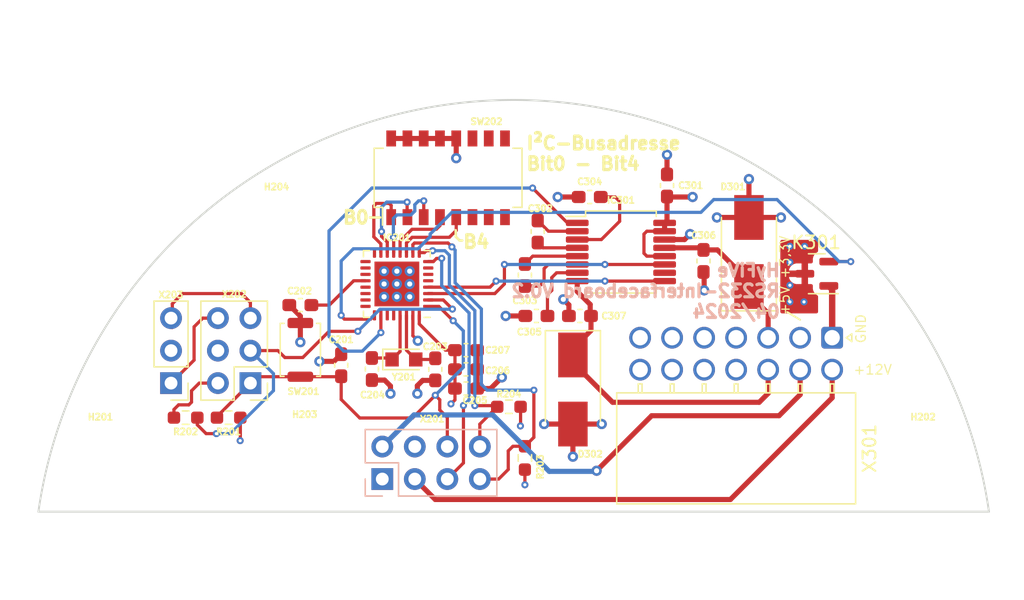
<source format=kicad_pcb>
(kicad_pcb (version 20211014) (generator pcbnew)
  (layers (0 "F.Cu" signal) (1 "In1.Cu" power "In1.GND") (2 "In2.Cu" power "In2.PWR") (31 "B.Cu" signal) (34 "B.Paste" user) (35 "F.Paste" user) (36 "B.SilkS" user "B.Silkscreen") (37 "F.SilkS" user "F.Silkscreen") (38 "B.Mask" user) (39 "F.Mask" user) (44 "Edge.Cuts" user))
  (net 0 "")
  (net 1 "/MCU/~{RST}{slash}SBWTDIO")
  (net 2 "GND")
  (net 3 "+3V3")
  (net 4 "/MCU/XIN")
  (net 5 "/MCU/XOUT")
  (net 6 "+5V")
  (net 7 "+12V")
  (net 8 "/MCU/GPIO_Reserve_B2B")
  (net 9 "/MCU/UCB0_SCL")
  (net 10 "/MCU/UCB0_SDA")
  (net 11 "/MCU/TEST_SBWTCK")
  (net 12 "/MCU/UCA0_TXD{slash}TCK")
  (net 13 "/MCU/UCA0_RXD{slash}TMS")
  (net 14 "/MCU/TDI")
  (net 15 "/MCU/UCA1_SPI_STE")
  (net 16 "/MCU/UCA1_SPI_CLK")
  (net 17 "/MCU/UCA1_SPI_MISO")
  (net 18 "/MCU/UCA1_SPI_MOSI")
  (net 19 "/MCU/UCB1_SDA")
  (net 20 "/MCU/UCB1_SCL")
  (net 21 "/MCU/ADDR_B4")
  (net 22 "/MCU/ADDR_B3")
  (net 23 "/MCU/ADDR_B2")
  (net 24 "/MCU/ADDR_B1")
  (net 25 "/MCU/ADDR_B0")
  (net 26 "Net-(C202-Pad1)")
  (net 27 "/MCU/Interface_~{RE}")
  (net 32 "Net-(R202-Pad1)")
  (net 39 "Net-(X202-Pad5)")
  (net 40 "Net-(X202-Pad6)")
  (net 41 "Net-(C302-Pad1)")
  (net 44 "Net-(C302-Pad2)")
  (net 46 "/MCU/Sensor_Lowside_Switch")
  (net 50 "Net-(C303-Pad1)")
  (net 51 "Net-(C303-Pad2)")
  (net 52 "Net-(C304-Pad1)")
  (net 53 "Net-(C305-Pad1)")
  (net 54 "Net-(C306-Pad2)")
  (net 55 "Net-(C307-Pad2)")
  (net 56 "/MCU/Interface_Enable")
  (net 60 "Net-(X301-Pad1)")
  (footprint "Capacitor_SMD:C_0603_1608Metric_Pad1.08x0.95mm_HandSolder" (layer "F.Cu") (at 131 53.575 -90)
    (fp_text reference "C203")
    (fp_text value "20pF")
  )
  (footprint "Capacitor_SMD:C_0603_1608Metric_Pad1.08x0.95mm_HandSolder" (layer "F.Cu") (at 149.1 39.2 90)
    (fp_text reference "C301")
    (fp_text value "100nF")
  )
  (footprint "MountingHole:MountingHole_2.7mm_M2.5" (layer "F.Cu") (at 118.6 43.01)
    (fp_text reference "H204")
    (fp_text value "MountingHole")
  )
  (footprint "Capacitor_SMD:C_0603_1608Metric_Pad1.08x0.95mm_HandSolder" (layer "F.Cu") (at 133.4 52.075)
    (fp_text reference "C207")
    (fp_text value "4,7µF")
  )
  (footprint "Package_TO_SOT_SMD:SOT-23" (layer "F.Cu") (at 160.8 46.1 180)
    (fp_text reference "K301")
    (fp_text value "SSM3K127TU")
  )
  (footprint "Resistor_SMD:R_0603_1608Metric_Pad0.98x0.95mm_HandSolder" (layer "F.Cu") (at 136.75 56.5)
    (fp_text reference "R204")
    (fp_text value "10k NB")
  )
  (footprint "Capacitor_SMD:C_0603_1608Metric_Pad1.08x0.95mm_HandSolder" (layer "F.Cu") (at 120.46 48.55 180)
    (fp_text reference "C202")
    (fp_text value "1µF, <200m ESR")
  )
  (footprint "MountingHole:MountingHole_2.7mm_M2.5" (layer "F.Cu") (at 120.86 60.8)
    (fp_text reference "H203")
    (fp_text value "MountingHole")
  )
  (footprint "Diode_SMD:D_SMB_Handsoldering" (layer "F.Cu") (at 155.5 44.4 90)
    (fp_text reference "D301")
    (fp_text value "SMBJ8.0CA")
  )
  (footprint "MountingHole:MountingHole_2.7mm_M2.5" (layer "F.Cu") (at 104.85 61)
    (fp_text reference "H201")
    (fp_text value "MountingHole")
  )
  (footprint "MountingHole:MountingHole_2.7mm_M2.5" (layer "F.Cu") (at 169.1 61)
    (fp_text reference "H202")
    (fp_text value "MountingHole")
  )
  (footprint "Resistor_SMD:R_0603_1608Metric_Pad0.98x0.95mm_HandSolder" (layer "F.Cu") (at 138 60.5 -90)
    (fp_text reference "R203")
    (fp_text value "10k NB")
  )
  (footprint "Capacitor_SMD:C_0603_1608Metric_Pad1.08x0.95mm_HandSolder" (layer "F.Cu") (at 133.4 55.075)
    (fp_text reference "C205")
    (fp_text value "100nF")
  )
  (footprint "Button_Switch_SMD:SW_DIP_SPSTx08_Slide_Omron_A6H-8101_W6.15mm_P1.27mm" (layer "F.Cu") (at 132 38.6 90)
    (fp_text reference "SW202")
    (fp_text value "A6H-8101")
  )
  (footprint "Diode_SMD:D_SMB_Handsoldering" (layer "F.Cu") (at 141.75 55.15 -90)
    (fp_text reference "D302")
    (fp_text value "SMBJ8.0CA")
  )
  (footprint "Capacitor_SMD:C_0603_1608Metric_Pad1.08x0.95mm_HandSolder" (layer "F.Cu") (at 142.3 49.4)
    (fp_text reference "C307")
    (fp_text value "100nF")
  )
  (footprint "Crystal:Crystal_SMD_TXC_9HT11-2Pin_2.0x1.2mm_HandSoldering" (layer "F.Cu") (at 128.55 52.8)
    (fp_text reference "Y201")
    (fp_text value "9HT11-32.768KDZF-T ")
  )
  (footprint "Resistor_SMD:R_0603_1608Metric_Pad0.98x0.95mm_HandSolder" (layer "F.Cu") (at 114.86 57.35 180)
    (fp_text reference locked "R201")
    (fp_text value "47k")
  )
  (footprint "Connector_PinHeader_2.54mm:PinHeader_1x03_P2.54mm_Vertical" (layer "F.Cu") (at 110.36 54.65 180)
    (fp_text reference "X203")
    (fp_text value "Conn_01x03")
  )
  (footprint "Connector_Molex:Molex_Nano-Fit_105314-xx14_2x07_P2.50mm_Horizontal" (layer "F.Cu") (at 162 51.1 -90)
    (fp_text reference "X301")
    (fp_text value "Molex Nano-Fit 105314-1114")
  )
  (footprint "Package_DFN_QFN:VQFN-32-1EP_5x5mm_P0.5mm_EP3.5x3.5mm" (layer "F.Cu") (at 128 46.9 180)
    (fp_text reference "IC201")
    (fp_text value "MSP430FR2673")
  )
  (footprint "Capacitor_SMD:C_0603_1608Metric_Pad1.08x0.95mm_HandSolder" (layer "F.Cu") (at 139 42.8 90)
    (fp_text reference "C302")
    (fp_text value "100nF")
  )
  (footprint "Capacitor_SMD:C_0603_1608Metric_Pad1.08x0.95mm_HandSolder" (layer "F.Cu") (at 138 46.2 90)
    (fp_text reference "C303")
    (fp_text value "100nF")
  )
  (footprint "Capacitor_SMD:C_0603_1608Metric_Pad1.08x0.95mm_HandSolder" (layer "F.Cu") (at 138.9 49.4 180)
    (fp_text reference "C305")
    (fp_text value "100nF")
  )
  (footprint "Capacitor_SMD:C_0603_1608Metric_Pad1.08x0.95mm_HandSolder" (layer "F.Cu") (at 151.95 45.1 90)
    (fp_text reference "C306")
    (fp_text value "100nF")
  )
  (footprint "Connector_PinHeader_2.54mm:PinHeader_2x03_P2.54mm_Vertical" (layer "F.Cu") (at 116.56 54.65 180)
    (fp_text reference "X202")
    (fp_text value "Conn_02x03_Counter_Clockwise")
  )
  (footprint "Capacitor_SMD:C_0603_1608Metric_Pad1.08x0.95mm_HandSolder" (layer "F.Cu") (at 126.05 53.55 -90)
    (fp_text reference "C204")
    (fp_text value "20pF")
  )
  (footprint "Button_Switch_SMD:SW_Push_SPST_NO_Alps_SKRK" (layer "F.Cu") (at 120.46 52.05 -90)
    (fp_text reference "SW201")
    (fp_text value "SKRKAEE020")
  )
  (footprint "Capacitor_SMD:C_0603_1608Metric_Pad1.08x0.95mm_HandSolder" (layer "F.Cu") (at 133.4 53.575)
    (fp_text reference "C206")
    (fp_text value "1µF")
  )
  (footprint "Package_SO:SSOP-16_5.3x6.2mm_P0.65mm" (layer "F.Cu") (at 145.5 44.4)
    (fp_text reference "IC301")
    (fp_text value "MAX3221E")
  )
  (footprint "Capacitor_SMD:C_0603_1608Metric_Pad1.08x0.95mm_HandSolder" (layer "F.Cu") (at 143.0625 40.1 180)
    (fp_text reference "C304")
    (fp_text value "100nF")
  )
  (footprint "Resistor_SMD:R_0603_1608Metric_Pad0.98x0.95mm_HandSolder" (layer "F.Cu") (at 111.5 57.35)
    (fp_text reference "R202")
    (fp_text value "330")
  )
  (footprint "Capacitor_SMD:C_0603_1608Metric_Pad1.08x0.95mm_HandSolder" (layer "F.Cu") (at 123.65 53.25 90)
    (fp_text reference "C201")
    (fp_text value "1nF")
  )
  (footprint "Connector_PinSocket_2.54mm:PinSocket_2x04_P2.54mm_Vertical" (layer "B.Cu") (at 126.86 62.15 -90)
    (fp_text reference "X201")
    (fp_text value "ESQ-104-14-G-D")
  )
  (gr_line (start 132.9 43.5) (end 132.6 43.2) (layer "F.SilkS") (width 0.2))
  (gr_line (start 133.1 43.5) (end 132.9 43.5) (layer "F.SilkS") (width 0.2))
  (gr_line (start 125.9 41.7) (end 126.7 41.7) (layer "F.SilkS") (width 0.2))
  (gr_line (start 132.6 43.2) (end 132.6 42.7) (layer "F.SilkS") (width 0.2))
  (gr_line (start 159.5 49.7) (end 158.5 49.1) (layer "F.SilkS") (width 0.15))
  (gr_arc (start 100 64.7) (mid 137.123578 32.514184) (end 174.247155 64.7) (layer "Edge.Cuts") (width 0.15))
  (gr_line (start 100 64.7) (end 174.247155 64.7) (layer "Edge.Cuts") (width 0.15))
  (gr_text "HyFiVe\nRS232-Interfaceboard V0.2\n04/2024" (at 158.05 47.45) (layer "B.SilkS") (effects (font (size 1 1) (thickness 0.25)) (justify left mirror)))
  (gr_text "B4\n" (at 134.2 43.6) (layer "F.SilkS") (effects (font (size 1 1) (thickness 0.25))))
  (gr_text "I²C-Busadresse\nBit0 - Bit4" (at 138 36.7) (layer "F.SilkS") (effects (font (size 1 1) (thickness 0.25)) (justify left)))
  (gr_text "GND" (at 164.25 51.6 90) (layer "F.SilkS") (effects (font (size 0.75 0.75) (thickness 0.1)) (justify left)))
  (gr_text "B0" (at 124.8 41.7) (layer "F.SilkS") (effects (font (size 1 1) (thickness 0.25))))
  (gr_text "+12V\n" (at 163.6 53.6) (layer "F.SilkS") (effects (font (size 0.75 0.75) (thickness 0.1)) (justify left)))
  (gr_text "+5V +3,3V\n" (at 158.3 49.4 90) (layer "F.SilkS") (effects (font (size 0.75 0.75) (thickness 0.1)) (justify left)))
  (segment (start 120.46 54.15) (end 117.06 54.15) (width 0.25) (layer "F.Cu") (net 1))
  (segment (start 123.6125 54.15) (end 123.65 54.1125) (width 0.25) (layer "F.Cu") (net 1))
  (segment (start 131.275 48.65) (end 130.45 48.65) (width 0.25) (layer "F.Cu") (net 1))
  (segment (start 131.35 56.75) (end 131.94 57.34) (width 0.25) (layer "F.Cu") (net 1))
  (segment (start 129.225 57.375) (end 125.1 57.375) (width 0.25) (layer "F.Cu") (net 1))
  (segment (start 132.4 49.775) (end 131.275 48.65) (width 0.25) (layer "F.Cu") (net 1))
  (segment (start 123.65 55.925) (end 123.65 54.1125) (width 0.25) (layer "F.Cu") (net 1))
  (segment (start 131 55.6) (end 131.35 55.95) (width 0.25) (layer "F.Cu") (net 1))
  (segment (start 131.94 57.34) (end 131.94 59.61) (width 0.25) (layer "F.Cu") (net 1))
  (segment (start 117.06 54.15) (end 116.56 54.65) (width 0.25) (layer "F.Cu") (net 1))
  (segment (start 113.9475 57.35) (end 113.9475 57.2625) (width 0.25) (layer "F.Cu") (net 1))
  (segment (start 131 55.6) (end 129.225 57.375) (width 0.25) (layer "F.Cu") (net 1))
  (segment (start 125.1 57.375) (end 123.65 55.925) (width 0.25) (layer "F.Cu") (net 1))
  (segment (start 120.46 54.15) (end 123.6125 54.15) (width 0.25) (layer "F.Cu") (net 1))
  (segment (start 131.35 55.95) (end 131.35 56.75) (width 0.25) (layer "F.Cu") (net 1))
  (segment (start 113.9475 57.2625) (end 116.56 54.65) (width 0.25) (layer "F.Cu") (net 1))
  (via (at 131 55.6) (size 0.55) (drill 0.25) (layers "F.Cu" "B.Cu") (net 1))
  (via (at 132.4 49.775) (size 0.55) (drill 0.25) (layers "F.Cu" "B.Cu") (net 1))
  (segment (start 133.189549 53.410451) (end 133.189549 50.564549) (width 0.25) (layer "B.Cu") (net 1))
  (segment (start 131 55.6) (end 133.189549 53.410451) (width 0.25) (layer "B.Cu") (net 1))
  (segment (start 133.189549 50.564549) (end 132.4 49.775) (width 0.25) (layer "B.Cu") (net 1))
  (segment (start 141.75 57.85) (end 139.5 57.85) (width 0.4) (layer "F.Cu") (net 2))
  (segment (start 150.475 43.425) (end 150.9 43) (width 0.4) (layer "F.Cu") (net 2))
  (segment (start 142.2 40.1) (end 140.5625 40.1) (width 0.4) (layer "F.Cu") (net 2))
  (segment (start 120.46 49.95) (end 120.46 49.4125) (width 0.4) (layer "F.Cu") (net 2))
  (segment (start 134.2625 52.075) (end 134.2625 53.575) (width 0.4) (layer "F.Cu") (net 2))
  (segment (start 158 41.7) (end 153 41.7) (width 0.4) (layer "F.Cu") (net 2))
  (segment (start 127.5 54.875) (end 127.5 55.475) (width 0.4) (layer "F.Cu") (net 2))
  (segment (start 128.825 35.525) (end 130.095 35.525) (width 0.4) (layer "F.Cu") (net 2))
  (segment (start 120.46 49.95) (end 120.46 51.45) (width 0.4) (layer "F.Cu") (net 2))
  (segment (start 121.95 52.95) (end 123.0875 52.95) (width 0.4) (layer "F.Cu") (net 2))
  (segment (start 141.75 57.85) (end 141.75 60.4) (width 0.4) (layer "F.Cu") (net 2))
  (segment (start 141.4375 49.4) (end 141.4375 48.5375) (width 0.4) (layer "F.Cu") (net 2))
  (segment (start 135.325 55.075) (end 134.2625 55.075) (width 0.4) (layer "F.Cu") (net 2))
  (segment (start 152 45.9625) (end 152 47.4) (width 0.4) (layer "F.Cu") (net 2))
  (segment (start 132.635 35.525) (end 132.635 37.065) (width 0.4) (layer "F.Cu") (net 2))
  (segment (start 123.0875 52.95) (end 123.65 52.3875) (width 0.4) (layer "F.Cu") (net 2))
  (segment (start 136.2 54.2) (end 135.325 55.075) (width 0.4) (layer "F.Cu") (net 2))
  (segment (start 149.1 38.3375) (end 149.1 36.8) (width 0.4) (layer "F.Cu") (net 2))
  (segment (start 131 54.4375) (end 130.0125 54.4375) (width 0.4) (layer "F.Cu") (net 2))
  (segment (start 132.635 35.525) (end 131.365 35.525) (width 0.4) (layer "F.Cu") (net 2))
  (segment (start 134.2625 53.575) (end 134.2625 55.075) (width 0.4) (layer "F.Cu") (net 2))
  (segment (start 141.75 57.85) (end 144 57.85) (width 0.4) (layer "F.Cu") (net 2))
  (segment (start 127.0375 54.4125) (end 127.5 54.875) (width 0.4) (layer "F.Cu") (net 2))
  (segment (start 141.4375 48.5375) (end 141 48.1) (width 0.4) (layer "F.Cu") (net 2))
  (segment (start 130.0125 54.4375) (end 129.6 54.85) (width 0.4) (layer "F.Cu") (net 2))
  (segment (start 129.6 54.85) (end 129.6 55.475) (width 0.4) (layer "F.Cu") (net 2))
  (segment (start 126.05 54.4125) (end 127.0375 54.4125) (width 0.4) (layer "F.Cu") (net 2))
  (segment (start 120.46 49.4125) (end 119.5975 48.55) (width 0.4) (layer "F.Cu") (net 2))
  (segment (start 129.25 50.949598) (end 129.637701 51.337299) (width 0.25) (layer "F.Cu") (net 2))
  (segment (start 155.5 41.7) (end 155.5 38.7) (width 0.4) (layer "F.Cu") (net 2))
  (segment (start 138.0375 49.4) (end 136.5 49.4) (width 0.4) (layer "F.Cu") (net 2))
  (segment (start 148.9125 43.425) (end 150.475 43.425) (width 0.4) (layer "F.Cu") (net 2))
  (segment (start 130.095 35.525) (end 131.365 35.525) (width 0.4) (layer "F.Cu") (net 2))
  (segment (start 129.25 49.35) (end 129.25 50.949598) (width 0.25) (layer "F.Cu") (net 2))
  (segment (start 127.555 35.525) (end 128.825 35.525) (width 0.4) (layer "F.Cu") (net 2))
  (via (at 149.1 36.8) (size 0.8) (drill 0.4) (layers "F.Cu" "B.Cu") (net 2))
  (via (at 150.9 43) (size 0.8) (drill 0.4) (layers "F.Cu" "B.Cu") (net 2))
  (via (at 129.637701 51.337299) (size 0.8) (drill 0.4) (layers "F.Cu" "B.Cu") (net 2))
  (via (at 158 41.7) (size 0.8) (drill 0.4) (layers "F.Cu" "B.Cu") (net 2))
  (via (at 132.635 37.065) (size 0.8) (drill 0.4) (layers "F.Cu" "B.Cu") (net 2))
  (via (at 129 45.9) (size 0.8) (drill 0.4) (layers "F.Cu" "B.Cu") (net 2))
  (via (at 136.2 54.2) (size 0.8) (drill 0.4) (layers "F.Cu" "B.Cu") (net 2))
  (via (at 158.7 43.95) (size 0.55) (drill 0.25) (layers "F.Cu" "B.Cu") (net 2))
  (via (at 152 47.4) (size 0.8) (drill 0.4) (layers "F.Cu" "B.Cu") (net 2))
  (via (at 155.5 38.7) (size 0.8) (drill 0.4) (layers "F.Cu" "B.Cu") (net 2))
  (via (at 159.85 43.95) (size 0.55) (drill 0.25) (layers "F.Cu" "B.Cu") (net 2))
  (via (at 158.7 48.3) (size 0.55) (drill 0.25) (layers "F.Cu" "B.Cu") (net 2))
  (via (at 127 46.9) (size 0.8) (drill 0.4) (layers "F.Cu" "B.Cu") (net 2))
  (via (at 139.5 57.85) (size 0.8) (drill 0.4) (layers "F.Cu" "B.Cu") (net 2))
  (via (at 121.95 52.95) (size 0.8) (drill 0.4) (layers "F.Cu" "B.Cu") (net 2))
  (via (at 128 45.9) (size 0.8) (drill 0.4) (layers "F.Cu" "B.Cu") (net 2))
  (via (at 129 47.9) (size 0.8) (drill 0.4) (layers "F.Cu" "B.Cu") (net 2))
  (via (at 141 48.1) (size 0.8) (drill 0.4) (layers "F.Cu" "B.Cu") (net 2))
  (via (at 120.46 51.45) (size 0.8) (drill 0.4) (layers "F.Cu" "B.Cu") (net 2))
  (via (at 158.7 45.2) (size 0.55) (drill 0.25) (layers "F.Cu" "B.Cu") (net 2))
  (via (at 127 45.9) (size 0.8) (drill 0.4) (layers "F.Cu" "B.Cu") (net 2))
  (via (at 140.5625 40.1) (size 0.8) (drill 0.4) (layers "F.Cu" "B.Cu") (net 2))
  (via (at 128 47.9) (size 0.8) (drill 0.4) (layers "F.Cu" "B.Cu") (net 2))
  (via (at 128 46.9) (size 0.8) (drill 0.4) (layers "F.Cu" "B.Cu") (net 2))
  (via (at 144 57.85) (size 0.8) (drill 0.4) (layers "F.Cu" "B.Cu") (net 2))
  (via (at 141.75 60.4) (size 0.8) (drill 0.4) (layers "F.Cu" "B.Cu") (net 2))
  (via (at 136.5 49.4) (size 0.8) (drill 0.4) (layers "F.Cu" "B.Cu") (net 2))
  (via (at 158.7 47) (size 0.55) (drill 0.25) (layers "F.Cu" "B.Cu") (net 2))
  (via (at 129 46.9) (size 0.8) (drill 0.4) (layers "F.Cu" "B.Cu") (net 2))
  (via (at 153 41.7) (size 0.8) (drill 0.4) (layers "F.Cu" "B.Cu") (net 2))
  (via (at 127 47.9) (size 0.8) (drill 0.4) (layers "F.Cu" "B.Cu") (net 2))
  (via (at 159.8 48.3) (size 0.55) (drill 0.25) (layers "F.Cu" "B.Cu") (net 2))
  (via (at 129.6 55.475) (size 0.8) (drill 0.4) (layers "F.Cu" "B.Cu") (net 2))
  (via (at 127.5 55.475) (size 0.8) (drill 0.4) (layers "F.Cu" "B.Cu") (net 2))
  (segment (start 148.9125 42.125) (end 148.9125 42.775) (width 0.4) (layer "F.Cu") (net 3))
  (segment (start 115.76 59.15) (end 115.7725 59.1375) (width 0.25) (layer "F.Cu") (net 3))
  (segment (start 148.9125 44.725) (end 147.525 44.725) (width 0.25) (layer "F.Cu") (net 3))
  (segment (start 147.525 42.775) (end 148.9125 42.775) (width 0.25) (layer "F.Cu") (net 3))
  (segment (start 147.3 43) (end 147.525 42.775) (width 0.25) (layer "F.Cu") (net 3))
  (segment (start 115.7725 59.1375) (end 115.7725 57.35) (width 0.25) (layer "F.Cu") (net 3))
  (segment (start 137.65 58) (end 137.6625 57.9875) (width 0.25) (layer "F.Cu") (net 3))
  (segment (start 132.5375 55.9625) (end 132.5375 53.575) (width 0.25) (layer "F.Cu") (net 3))
  (segment (start 129.75 49.35) (end 129.75 50.025) (width 0.25) (layer "F.Cu") (net 3))
  (segment (start 138 62.6) (end 138 61.4125) (width 0.25) (layer "F.Cu") (net 3))
  (segment (start 132.5375 52.075) (end 132.5375 53.575) (width 0.25) (layer "F.Cu") (net 3))
  (segment (start 147.3 44.5) (end 147.3 43) (width 0.25) (layer "F.Cu") (net 3))
  (segment (start 149.1 41.9375) (end 148.9125 42.125) (width 0.4) (layer "F.Cu") (net 3))
  (segment (start 137.6625 57.9875) (end 137.6625 56.5) (width 0.25) (layer "F.Cu") (net 3))
  (segment (start 129.75 50.025) (end 131.8 52.075) (width 0.25) (layer "F.Cu") (net 3))
  (segment (start 151.1 40.1) (end 149.1625 40.1) (width 0.4) (layer "F.Cu") (net 3))
  (segment (start 132.225 56.275) (end 132.5375 55.9625) (width 0.25) (layer "F.Cu") (net 3))
  (segment (start 147.525 44.725) (end 147.3 44.5) (width 0.25) (layer "F.Cu") (net 3))
  (segment (start 131.8 52.075) (end 132.5375 52.075) (width 0.25) (layer "F.Cu") (net 3))
  (segment (start 149.1 40.0625) (end 149.1 41.9375) (width 0.4) (layer "F.Cu") (net 3))
  (via (at 137.65 58) (size 0.55) (drill 0.25) (layers "F.Cu" "B.Cu") (net 3))
  (via (at 151.1 40.1) (size 0.8) (drill 0.4) (layers "F.Cu" "B.Cu") (net 3))
  (via (at 115.76 59.15) (size 0.55) (drill 0.25) (layers "F.Cu" "B.Cu") (net 3))
  (via (at 132.225 56.275) (size 0.55) (drill 0.25) (layers "F.Cu" "B.Cu") (net 3))
  (via (at 138 62.6) (size 0.55) (drill 0.25) (layers "F.Cu" "B.Cu") (net 3))
  (segment (start 129.475 52.8) (end 130.9375 52.8) (width 0.25) (layer "F.Cu") (net 4))
  (segment (start 129.475 52.8) (end 128.75 52.075) (width 0.25) (layer "F.Cu") (net 4))
  (segment (start 130.9375 52.8) (end 131.05 52.6875) (width 0.25) (layer "F.Cu") (net 4))
  (segment (start 128.75 52.075) (end 128.75 49.35) (width 0.25) (layer "F.Cu") (net 4))
  (segment (start 127.5125 52.6875) (end 127.625 52.8) (width 0.25) (layer "F.Cu") (net 5))
  (segment (start 126.05 52.6875) (end 127.5125 52.6875) (width 0.25) (layer "F.Cu") (net 5))
  (segment (start 128.25 49.35) (end 128.25 52.175) (width 0.25) (layer "F.Cu") (net 5))
  (segment (start 128.25 52.175) (end 127.625 52.8) (width 0.25) (layer "F.Cu") (net 5))
  (segment (start 157.85 57.2) (end 159.5 55.55) (width 0.4) (layer "F.Cu") (net 6))
  (segment (start 147.9 57.2) (end 157.85 57.2) (width 0.4) (layer "F.Cu") (net 6))
  (segment (start 159.5 55.55) (end 159.5 53.6) (width 0.4) (layer "F.Cu") (net 6))
  (segment (start 143.6 61.5) (end 147.9 57.2) (width 0.4) (layer "F.Cu") (net 6))
  (via (at 143.6 61.5) (size 0.8) (drill 0.4) (layers "F.Cu" "B.Cu") (net 6))
  (segment (start 143.6 61.5) (end 143.55 61.55) (width 0.4) (layer "B.Cu") (net 6))
  (segment (start 129.334078 57.135922) (end 126.86 59.61) (width 0.4) (layer "B.Cu") (net 6))
  (segment (start 143.55 61.55) (end 139.9 61.55) (width 0.4) (layer "B.Cu") (net 6))
  (segment (start 135.485922 57.135922) (end 129.334078 57.135922) (width 0.4) (layer "B.Cu") (net 6))
  (segment (start 139.9 61.55) (end 135.485922 57.135922) (width 0.4) (layer "B.Cu") (net 6))
  (segment (start 131 63.75) (end 154.05 63.75) (width 0.4) (layer "F.Cu") (net 7))
  (segment (start 154.05 63.75) (end 162 55.8) (width 0.4) (layer "F.Cu") (net 7))
  (segment (start 129.4 62.15) (end 131 63.75) (width 0.4) (layer "F.Cu") (net 7))
  (segment (start 162 55.8) (end 162 53.6) (width 0.4) (layer "F.Cu") (net 7))
  (segment (start 131.101 44.899) (end 130.85 45.15) (width 0.25) (layer "F.Cu") (net 8))
  (segment (start 131.5 44.899) (end 131.101 44.899) (width 0.25) (layer "F.Cu") (net 8))
  (segment (start 130.85 45.15) (end 130.45 45.15) (width 0.25) (layer "F.Cu") (net 8))
  (segment (start 133.2 60.89) (end 131.94 62.15) (width 0.25) (layer "F.Cu") (net 8))
  (segment (start 133.2 56.4) (end 133.2 60.89) (width 0.25) (layer "F.Cu") (net 8))
  (via (at 133.2 56.4) (size 0.55) (drill 0.25) (layers "F.Cu" "B.Cu") (net 8))
  (via (at 131.5 44.899) (size 0.55) (drill 0.25) (layers "F.Cu" "B.Cu") (net 8))
  (segment (start 133.639069 55.960931) (end 133.639069 49.166231) (width 0.25) (layer "B.Cu") (net 8))
  (segment (start 131.5 47.027162) (end 131.5 44.899) (width 0.25) (layer "B.Cu") (net 8))
  (segment (start 133.639069 49.166231) (end 131.5 47.027162) (width 0.25) (layer "B.Cu") (net 8))
  (segment (start 133.2 56.4) (end 133.639069 55.960931) (width 0.25) (layer "B.Cu") (net 8))
  (segment (start 129.375 43.7) (end 129.25 43.825) (width 0.25) (layer "F.Cu") (net 9))
  (segment (start 136.7 61.4) (end 136.7 59.95) (width 0.25) (layer "F.Cu") (net 9))
  (segment (start 131.99666 43.7) (end 129.375 43.7) (width 0.25) (layer "F.Cu") (net 9))
  (segment (start 129.25 43.825) (end 129.25 44.45) (width 0.25) (layer "F.Cu") (net 9))
  (segment (start 132.29833 44.00167) (end 131.99666 43.7) (width 0.25) (layer "F.Cu") (net 9))
  (segment (start 136.7 59.95) (end 137.0625 59.5875) (width 0.25) (layer "F.Cu") (net 9))
  (segment (start 135.95 62.15) (end 136.7 61.4) (width 0.25) (layer "F.Cu") (net 9))
  (segment (start 138.7 55.2) (end 138.7 58.8875) (width 0.25) (layer "F.Cu") (net 9))
  (segment (start 137.0625 59.5875) (end 138 59.5875) (width 0.25) (layer "F.Cu") (net 9))
  (segment (start 134.48 62.15) (end 135.95 62.15) (width 0.25) (layer "F.Cu") (net 9))
  (segment (start 138.7 58.8875) (end 138 59.5875) (width 0.25) (layer "F.Cu") (net 9))
  (via (at 138.7 55.2) (size 0.55) (drill 0.25) (layers "F.Cu" "B.Cu") (net 9))
  (via (at 132.29833 44.00167) (size 0.55) (drill 0.25) (layers "F.Cu" "B.Cu") (net 9))
  (segment (start 132.549031 46.804758) (end 132.549031 44.252371) (width 0.25) (layer "B.Cu") (net 9))
  (segment (start 135.05 55.2) (end 134.6 54.75) (width 0.25) (layer "B.Cu") (net 9))
  (segment (start 132.549031 44.252371) (end 132.29833 44.00167) (width 0.25) (layer "B.Cu") (net 9))
  (segment (start 134.6 48.855727) (end 132.549031 46.804758) (width 0.25) (layer "B.Cu") (net 9))
  (segment (start 138.7 55.2) (end 135.05 55.2) (width 0.25) (layer "B.Cu") (net 9))
  (segment (start 134.6 54.75) (end 134.6 48.855727) (width 0.25) (layer "B.Cu") (net 9))
  (segment (start 134.088589 56.411411) (end 135.748911 56.411411) (width 0.25) (layer "F.Cu") (net 10))
  (segment (start 130.15 44.45) (end 129.75 44.45) (width 0.25) (layer "F.Cu") (net 10))
  (segment (start 135.748911 56.411411) (end 135.8375 56.5) (width 0.25) (layer "F.Cu") (net 10))
  (segment (start 130.792388 44.2995) (end 130.3005 44.2995) (width 0.25) (layer "F.Cu") (net 10))
  (segment (start 135.8375 56.5) (end 134.48 57.8575) (width 0.25) (layer "F.Cu") (net 10))
  (segment (start 134.48 57.8575) (end 134.48 59.61) (width 0.25) (layer "F.Cu") (net 10))
  (segment (start 130.792434 44.299546) (end 130.792388 44.2995) (width 0.25) (layer "F.Cu") (net 10))
  (segment (start 130.3005 44.2995) (end 130.15 44.45) (width 0.25) (layer "F.Cu") (net 10))
  (via (at 134.088589 56.411411) (size 0.55) (drill 0.25) (layers "F.Cu" "B.Cu") (net 10))
  (via (at 130.792434 44.299546) (size 0.55) (drill 0.25) (layers "F.Cu" "B.Cu") (net 10))
  (segment (start 130.792491 44.299489) (end 130.792434 44.299546) (width 0.25) (layer "B.Cu") (net 10))
  (segment (start 134.088589 56.411411) (end 134.088589 48.980033) (width 0.25) (layer "B.Cu") (net 10))
  (segment (start 132.099511 44.650673) (end 131.748327 44.299489) (width 0.25) (layer "B.Cu") (net 10))
  (segment (start 132.099511 46.990955) (end 132.099511 44.650673) (width 0.25) (layer "B.Cu") (net 10))
  (segment (start 131.748327 44.299489) (end 130.792491 44.299489) (width 0.25) (layer "B.Cu") (net 10))
  (segment (start 134.088589 48.980033) (end 132.099511 46.990955) (width 0.25) (layer "B.Cu") (net 10))
  (segment (start 122.7 50.6) (end 120.65 52.65) (width 0.25) (layer "F.Cu") (net 11))
  (segment (start 112.4125 57.9125) (end 112.4125 57.35) (width 0.25) (layer "F.Cu") (net 11))
  (segment (start 113.9 58.6) (end 113.1 58.6) (width 0.25) (layer "F.Cu") (net 11))
  (segment (start 124.95 50.6) (end 122.7 50.6) (width 0.25) (layer "F.Cu") (net 11))
  (segment (start 118.71 52.11) (end 116.56 52.11) (width 0.25) (layer "F.Cu") (net 11))
  (segment (start 119.25 52.65) (end 118.71 52.11) (width 0.25) (layer "F.Cu") (net 11))
  (segment (start 131.622822 48.15) (end 130.45 48.15) (width 0.25) (layer "F.Cu") (net 11))
  (segment (start 132.336411 48.863589) (end 131.622822 48.15) (width 0.25) (layer "F.Cu") (net 11))
  (segment (start 120.65 52.65) (end 119.25 52.65) (width 0.25) (layer "F.Cu") (net 11))
  (segment (start 113.1 58.6) (end 112.4125 57.9125) (width 0.25) (layer "F.Cu") (net 11))
  (via (at 124.95 50.6) (size 0.55) (drill 0.25) (layers "F.Cu" "B.Cu") (net 11))
  (via (at 132.336411 48.863589) (size 0.55) (drill 0.25) (layers "F.Cu" "B.Cu") (net 11))
  (via (at 113.9 58.6) (size 0.55) (drill 0.25) (layers "F.Cu" "B.Cu") (net 11))
  (segment (start 118.36 55.239022) (end 118.36 53.91) (width 0.25) (layer "B.Cu") (net 11))
  (segment (start 118.36 53.91) (end 116.56 52.11) (width 0.25) (layer "B.Cu") (net 11))
  (segment (start 113.9 58.6) (end 114.999022 58.6) (width 0.25) (layer "B.Cu") (net 11))
  (segment (start 114.999022 58.6) (end 118.36 55.239022) (width 0.25) (layer "B.Cu") (net 11))
  (segment (start 126.675 48.875) (end 132.325 48.875) (width 0.25) (layer "B.Cu") (net 11))
  (segment (start 132.325 48.875) (end 132.336411 48.863589) (width 0.25) (layer "B.Cu") (net 11))
  (segment (start 124.95 50.6) (end 126.675 48.875) (width 0.25) (layer "B.Cu") (net 11))
  (segment (start 136.4 46.9) (end 135.65 47.65) (width 0.25) (layer "F.Cu") (net 12))
  (segment (start 136.4 45.375) (end 136.4 46.9) (width 0.25) (layer "F.Cu") (net 12))
  (segment (start 135.65 47.65) (end 130.45 47.65) (width 0.25) (layer "F.Cu") (net 12))
  (segment (start 148.9125 45.375) (end 144.25 45.375) (width 0.25) (layer "F.Cu") (net 12))
  (via (at 136.4 45.375) (size 0.55) (drill 0.25) (layers "F.Cu" "B.Cu") (net 12))
  (via (at 144.25 45.375) (size 0.55) (drill 0.25) (layers "F.Cu" "B.Cu") (net 12))
  (segment (start 136.4 45.375) (end 144.25 45.375) (width 0.25) (layer "B.Cu") (net 12))
  (segment (start 135.75 46.675) (end 135.275 47.15) (width 0.25) (layer "F.Cu") (net 13))
  (segment (start 144.25 46.675) (end 148.9125 46.675) (width 0.25) (layer "F.Cu") (net 13))
  (segment (start 135.275 47.15) (end 130.45 47.15) (width 0.25) (layer "F.Cu") (net 13))
  (via (at 135.75 46.675) (size 0.55) (drill 0.25) (layers "F.Cu" "B.Cu") (net 13))
  (via (at 144.25 46.675) (size 0.55) (drill 0.25) (layers "F.Cu" "B.Cu") (net 13))
  (segment (start 135.75 46.675) (end 144.25 46.675) (width 0.25) (layer "B.Cu") (net 13))
  (segment (start 129.188802 43.25048) (end 128.75 43.689282) (width 0.25) (layer "F.Cu") (net 21))
  (segment (start 132.635 42.71548) (end 132.1 43.25048) (width 0.25) (layer "F.Cu") (net 21))
  (segment (start 132.1 43.25048) (end 129.188802 43.25048) (width 0.25) (layer "F.Cu") (net 21))
  (segment (start 128.75 43.689282) (end 128.75 44.45) (width 0.25) (layer "F.Cu") (net 21))
  (segment (start 132.635 41.675) (end 132.635 42.71548) (width 0.25) (layer "F.Cu") (net 21))
  (segment (start 128.25 44.45) (end 128.25 43.553564) (width 0.25) (layer "F.Cu") (net 22))
  (segment (start 131.365 42.335) (end 131.365 41.675) (width 0.25) (layer "F.Cu") (net 22))
  (segment (start 128.25 43.553564) (end 129.179053 42.624511) (width 0.25) (layer "F.Cu") (net 22))
  (segment (start 131.075489 42.624511) (end 131.365 42.335) (width 0.25) (layer "F.Cu") (net 22))
  (segment (start 129.179053 42.624511) (end 131.075489 42.624511) (width 0.25) (layer "F.Cu") (net 22))
  (segment (start 130.1 41.67) (end 130.095 41.675) (width 0.25) (layer "F.Cu") (net 23))
  (segment (start 127.75 43.281557) (end 127.727708 43.259265) (width 0.25) (layer "F.Cu") (net 23))
  (segment (start 130.1 40.4) (end 130.1 41.67) (width 0.25) (layer "F.Cu") (net 23))
  (segment (start 127.75 44.45) (end 127.75 43.281557) (width 0.25) (layer "F.Cu") (net 23))
  (via (at 127.727708 43.259265) (size 0.55) (drill 0.25) (layers "F.Cu" "B.Cu") (net 23))
  (via (at 130.1 40.4) (size 0.55) (drill 0.25) (layers "F.Cu" "B.Cu") (net 23))
  (segment (start 127.727708 43.259265) (end 127.727708 41.772292) (width 0.25) (layer "B.Cu") (net 23))
  (segment (start 128 41.5) (end 129.1 41.5) (width 0.25) (layer "B.Cu") (net 23))
  (segment (start 129.399511 41.200489) (end 129.399511 40.700489) (width 0.25) (layer "B.Cu") (net 23))
  (segment (start 129.1 41.5) (end 129.399511 41.200489) (width 0.25) (layer "B.Cu") (net 23))
  (segment (start 129.7 40.4) (end 130.1 40.4) (width 0.25) (layer "B.Cu") (net 23))
  (segment (start 127.727708 41.772292) (end 128 41.5) (width 0.25) (layer "B.Cu") (net 23))
  (segment (start 129.399511 40.700489) (end 129.7 40.4) (width 0.25) (layer "B.Cu") (net 23))
  (segment (start 126.8 43.179395) (end 127.25 43.629395) (width 0.25) (layer "F.Cu") (net 24))
  (segment (start 128.8 40.5) (end 128.8 41.65) (width 0.25) (layer "F.Cu") (net 24))
  (segment (start 126.8 42.8) (end 126.8 43.179395) (width 0.25) (layer "F.Cu") (net 24))
  (segment (start 128.8 41.65) (end 128.825 41.675) (width 0.25) (layer "F.Cu") (net 24))
  (segment (start 127.25 43.629395) (end 127.25 44.45) (width 0.25) (layer "F.Cu") (net 24))
  (via (at 126.8 42.8) (size 0.55) (drill 0.25) (layers "F.Cu" "B.Cu") (net 24))
  (via (at 128.8 40.5) (size 0.55) (drill 0.25) (layers "F.Cu" "B.Cu") (net 24))
  (segment (start 127.2 40.5) (end 128.8 40.5) (width 0.25) (layer "B.Cu") (net 24))
  (segment (start 126.8 40.9) (end 127.2 40.5) (width 0.25) (layer "B.Cu") (net 24))
  (segment (start 126.8 42.8) (end 126.8 40.9) (width 0.25) (layer "B.Cu") (net 24))
  (segment (start 127.555 41.675) (end 127.555 40.755) (width 0.25) (layer "F.Cu") (net 25))
  (segment (start 126.2 40.8) (end 126.2 43.215113) (width 0.25) (layer "F.Cu") (net 25))
  (segment (start 126.75 43.765113) (end 126.75 44.45) (width 0.25) (layer "F.Cu") (net 25))
  (segment (start 127.4 40.6) (end 126.4 40.6) (width 0.25) (layer "F.Cu") (net 25))
  (segment (start 127.555 40.755) (end 127.4 40.6) (width 0.25) (layer "F.Cu") (net 25))
  (segment (start 126.4 40.6) (end 126.2 40.8) (width 0.25) (layer "F.Cu") (net 25))
  (segment (start 126.2 43.215113) (end 126.75 43.765113) (width 0.25) (layer "F.Cu") (net 25))
  (segment (start 121.3225 48.55) (end 122.725 48.55) (width 0.25) (layer "F.Cu") (net 26))
  (segment (start 124.625 46.65) (end 122.725 48.55) (width 0.25) (layer "F.Cu") (net 26))
  (segment (start 125.55 46.65) (end 124.625 46.65) (width 0.25) (layer "F.Cu") (net 26))
  (segment (start 114.02 54.65) (end 112.56 54.65) (width 0.25) (layer "F.Cu") (net 32))
  (segment (start 110.5875 56.7125) (end 110.5875 57.35) (width 0.25) (layer "F.Cu") (net 32))
  (segment (start 111.75 56.35) (end 110.95 56.35) (width 0.25) (layer "F.Cu") (net 32))
  (segment (start 111.96 55.25) (end 111.96 56.14) (width 0.25) (layer "F.Cu") (net 32))
  (segment (start 112.56 54.65) (end 111.96 55.25) (width 0.25) (layer "F.Cu") (net 32))
  (segment (start 111.96 56.14) (end 111.75 56.35) (width 0.25) (layer "F.Cu") (net 32))
  (segment (start 110.95 56.35) (end 110.5875 56.7125) (width 0.25) (layer "F.Cu") (net 32))
  (segment (start 116.56 48.35) (end 116.56 49.57) (width 0.25) (layer "F.Cu") (net 39))
  (segment (start 111.26 47.65) (end 115.86 47.65) (width 0.25) (layer "F.Cu") (net 39))
  (segment (start 110.46 48.45) (end 111.26 47.65) (width 0.25) (layer "F.Cu") (net 39))
  (segment (start 110.46 50.31) (end 110.46 48.45) (width 0.25) (layer "F.Cu") (net 39))
  (segment (start 115.86 47.65) (end 116.56 48.35) (width 0.25) (layer "F.Cu") (net 39))
  (segment (start 112.84 49.57) (end 114.02 49.57) (width 0.25) (layer "F.Cu") (net 40))
  (segment (start 112.16 50.25) (end 112.84 49.57) (width 0.25) (layer "F.Cu") (net 40))
  (segment (start 112.16 52.85) (end 112.16 50.25) (width 0.25) (layer "F.Cu") (net 40))
  (segment (start 110.36 54.65) (end 112.16 52.85) (width 0.25) (layer "F.Cu") (net 40))
  (segment (start 139 43.6625) (end 139.4125 44.075) (width 0.25) (layer "F.Cu") (net 41))
  (segment (start 139.4125 44.075) (end 142.0875 44.075) (width 0.25) (layer "F.Cu") (net 41))
  (segment (start 142.0875 42.775) (end 139.8375 42.775) (width 0.25) (layer "F.Cu") (net 44))
  (segment (start 139.8375 42.775) (end 139 41.9375) (width 0.25) (layer "F.Cu") (net 44))
  (segment (start 126.25 49.35) (end 125.95 49.65) (width 0.25) (layer "F.Cu") (net 46))
  (segment (start 161.7375 45.15) (end 163.45 45.15) (width 0.25) (layer "F.Cu") (net 46))
  (segment (start 125.95 49.65) (end 123.9 49.65) (width 0.25) (layer "F.Cu") (net 46))
  (segment (start 123.65 49.4) (end 123.65 49.35) (width 0.25) (layer "F.Cu") (net 46))
  (segment (start 123.9 49.65) (end 123.65 49.4) (width 0.25) (layer "F.Cu") (net 46))
  (via (at 163.45 45.15) (size 0.55) (drill 0.25) (layers "F.Cu" "B.Cu") (net 46))
  (via (at 123.65 49.35) (size 0.55) (drill 0.25) (layers "F.Cu" "B.Cu") (net 46))
  (segment (start 123.65 49.35) (end 123.65 45.1) (width 0.25) (layer "B.Cu") (net 46))
  (segment (start 151.75 41.3) (end 152.75 40.3) (width 0.25) (layer "B.Cu") (net 46))
  (segment (start 124.6 44.15) (end 129.65 44.15) (width 0.25) (layer "B.Cu") (net 46))
  (segment (start 130.6 43.2) (end 130.6 43) (width 0.25) (layer "B.Cu") (net 46))
  (segment (start 132.3 41.3) (end 151.75 41.3) (width 0.25) (layer "B.Cu") (net 46))
  (segment (start 130.6 43) (end 132.3 41.3) (width 0.25) (layer "B.Cu") (net 46))
  (segment (start 157.695325 40.3) (end 162.545325 45.15) (width 0.25) (layer "B.Cu") (net 46))
  (segment (start 162.545325 45.15) (end 163.45 45.15) (width 0.25) (layer "B.Cu") (net 46))
  (segment (start 129.65 44.15) (end 130.6 43.2) (width 0.25) (layer "B.Cu") (net 46))
  (segment (start 123.65 45.1) (end 124.6 44.15) (width 0.25) (layer "B.Cu") (net 46))
  (segment (start 152.75 40.3) (end 157.695325 40.3) (width 0.25) (layer "B.Cu") (net 46))
  (segment (start 139.825 45.375) (end 142.0875 45.375) (width 0.25) (layer "F.Cu") (net 50))
  (segment (start 139.5 46.7) (end 139.5 45.7) (width 0.25) (layer "F.Cu") (net 50))
  (segment (start 138 47.0625) (end 139.1375 47.0625) (width 0.25) (layer "F.Cu") (net 50))
  (segment (start 139.5 45.7) (end 139.825 45.375) (width 0.25) (layer "F.Cu") (net 50))
  (segment (start 139 47.05) (end 138.0125 47.05) (width 0.25) (layer "F.Cu") (net 50))
  (segment (start 139.1375 47.0625) (end 139.5 46.7) (width 0.25) (layer "F.Cu") (net 50))
  (segment (start 138.0125 47.05) (end 138 47.0625) (width 0.25) (layer "F.Cu") (net 50))
  (segment (start 138 45.3375) (end 138.6125 44.725) (width 0.25) (layer "F.Cu") (net 51))
  (segment (start 138.6125 44.725) (end 142.0875 44.725) (width 0.25) (layer "F.Cu") (net 51))
  (segment (start 144.8625 40.1) (end 143.925 40.1) (width 0.25) (layer "F.Cu") (net 52))
  (segment (start 145.05 40.1) (end 143.8 40.1) (width 0.25) (layer "F.Cu") (net 52))
  (segment (start 145.4 42) (end 145.4 40.45) (width 0.25) (layer "F.Cu") (net 52))
  (segment (start 143.975 43.425) (end 145.4 42) (width 0.25) (layer "F.Cu") (net 52))
  (segment (start 142.0875 43.425) (end 143.975 43.425) (width 0.25) (layer "F.Cu") (net 52))
  (segment (start 145.4 40.45) (end 145.05 40.1) (width 0.25) (layer "F.Cu") (net 52))
  (segment (start 142.0875 46.025) (end 140.475 46.025) (width 0.25) (layer "F.Cu") (net 53))
  (segment (start 140.1 47.4) (end 139.7625 47.7375) (width 0.25) (layer "F.Cu") (net 53))
  (segment (start 140.475 46.025) (end 140.1 46.4) (width 0.25) (layer "F.Cu") (net 53))
  (segment (start 140.1 46.4) (end 140.1 47.4) (width 0.25) (layer "F.Cu") (net 53))
  (segment (start 139.7625 47.7375) (end 139.7625 49.4) (width 0.25) (layer "F.Cu") (net 53))
  (segment (start 157 49.2) (end 157 51.1) (width 0.4) (layer "F.Cu") (net 54))
  (segment (start 148.9125 44.075) (end 151.8375 44.075) (width 0.4) (layer "F.Cu") (net 54))
  (segment (start 153.0375 44.2375) (end 152 44.2375) (width 0.4) (layer "F.Cu") (net 54))
  (segment (start 155.5 47.1) (end 155.5 47.7) (width 0.4) (layer "F.Cu") (net 54))
  (segment (start 155.5 47.1) (end 155.5 46.7) (width 0.4) (layer "F.Cu") (net 54))
  (segment (start 155.5 47.7) (end 157 49.2) (width 0.4) (layer "F.Cu") (net 54))
  (segment (start 151.8375 44.075) (end 152 44.2375) (width 0.25) (layer "F.Cu") (net 54))
  (segment (start 155.3 46.5) (end 153.0375 44.2375) (width 0.4) (layer "F.Cu") (net 54))
  (segment (start 155.5 46.7) (end 155.3 46.5) (width 0.4) (layer "F.Cu") (net 54))
  (segment (start 143.1625 49.4) (end 143.1625 50.5375) (width 0.4) (layer "F.Cu") (net 55))
  (segment (start 141.75 51.95) (end 141.75 52.45) (width 0.4) (layer "F.Cu") (net 55))
  (segment (start 141.75 51.85) (end 141.75 52.45) (width 0.25) (layer "F.Cu") (net 55))
  (segment (start 142.0875 47.4875) (end 143.1 48.5) (width 0.4) (layer "F.Cu") (net 55))
  (segment (start 143.1 48.5) (end 143.1 49.3375) (width 0.4) (layer "F.Cu") (net 55))
  (segment (start 143.1625 50.5375) (end 141.75 51.95) (width 0.4) (layer "F.Cu") (net 55))
  (segment (start 141.75 52.45) (end 141.75 53.05) (width 0.25) (layer "F.Cu") (net 55))
  (segment (start 141.75 53.05) (end 144.85 56.15) (width 0.4) (layer "F.Cu") (net 55))
  (segment (start 157 55.45) (end 157 53.6) (width 0.4) (layer "F.Cu") (net 55))
  (segment (start 142.0875 46.675) (end 142.0875 47.4875) (width 0.4) (layer "F.Cu") (net 55))
  (segment (start 144.85 56.15) (end 156.3 56.15) (width 0.4) (layer "F.Cu") (net 55))
  (segment (start 143.1 49.3375) (end 143.1625 49.4) (width 0.4) (layer "F.Cu") (net 55))
  (segment (start 156.3 56.15) (end 157 55.45) (width 0.4) (layer "F.Cu") (net 55))
  (segment (start 142.0875 42.125) (end 141.325 42.125) (width 0.25) (layer "F.Cu") (net 56))
  (segment (start 126.75 49.35) (end 126.75 50.7) (width 0.25) (layer "F.Cu") (net 56))
  (segment (start 141.325 42.125) (end 138.6 39.4) (width 0.25) (layer "F.Cu") (net 56))
  (via (at 138.6 39.4) (size 0.55) (drill 0.25) (layers "F.Cu" "B.Cu") (net 56))
  (via (at 126.75 50.7) (size 0.55) (drill 0.25) (layers "F.Cu" "B.Cu") (net 56))
  (segment (start 122.7 42.75) (end 122.7 51) (width 0.25) (layer "B.Cu") (net 56))
  (segment (start 125.3 52.15) (end 126.75 50.7) (width 0.25) (layer "B.Cu") (net 56))
  (segment (start 138.6 39.4) (end 126.05 39.4) (width 0.25) (layer "B.Cu") (net 56))
  (segment (start 122.7 51) (end 123.85 52.15) (width 0.25) (layer "B.Cu") (net 56))
  (segment (start 126.05 39.4) (end 122.7 42.75) (width 0.25) (layer "B.Cu") (net 56))
  (segment (start 123.85 52.15) (end 125.3 52.15) (width 0.25) (layer "B.Cu") (net 56))
  (segment (start 162 47.3125) (end 161.7375 47.05) (width 0.5) (layer "F.Cu") (net 60))
  (segment (start 162 51.1) (end 162 47.3125) (width 0.5) (layer "F.Cu") (net 60))
  (zone (net 2) (net_name "GND") (layer "F.Cu") (connect_pads (clearance 0.508)) (min_thickness 0.254) (fill yes (thermal_gap 0.508) (thermal_bridge_width 0.508))
    (polygon (pts (xy 160.9 49.2) (xy 157.95 49.2) (xy 157.95 43.45) (xy 160.9 43.45)))
  )
)
</source>
